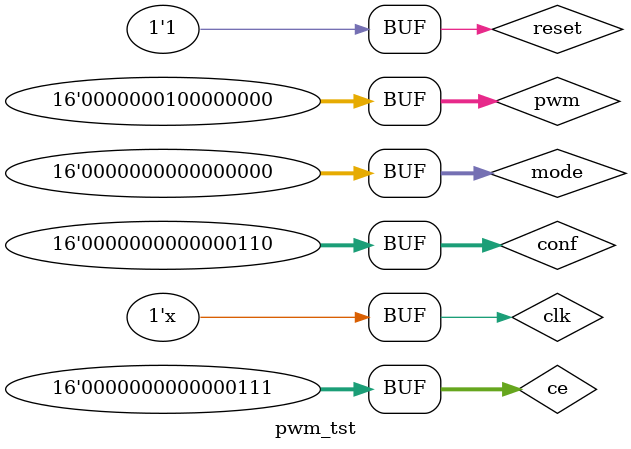
<source format=v>
`timescale 1ns / 10ps
module pwm_tst;
// Inputs
    reg clk;
    reg [15:0]mode;
    reg [15:0]pwm;
    reg [15:0]ce;
	 reg [15:0]conf;
    reg reset;
// Outputs
    wire [15:0]out;
// Instantiate the Unit Under Test (UUT)
PWM pmw0 (
.clk(clk),
.conf(conf[0]),
.mode(mode),
.pwm(pwm),
.ce(ce[0]),
.reset(reset),
.out(out[0])
);

PWM pmw1 (
.clk(clk),
.conf(conf[1]),
.mode(mode),
.pwm(pwm),
.ce(ce[1]),
.reset(reset),
.out(out[1])
);
PWM pmw2 (
.clk(clk),
.conf(conf[2]),
.mode(mode),
.pwm(pwm),
.ce(ce[2]),
.reset(reset),
.out(out[2])
);

PWM pmw3 (
.clk(clk),
.conf(conf[3]),
.mode(mode),
.pwm(pwm),
.ce(ce[3]),
.reset(reset),
.out(out[3])
);

PWM pmw4 (
.clk(clk),
.conf(conf[4]),
.mode(mode),
.pwm(pwm),
.ce(ce[4]),
.reset(reset),
.out(out[4])
);

PWM pmw5 (
.clk(clk),
.conf(conf[5]),
.mode(mode),
.pwm(pwm),
.ce(ce[5]),
.reset(reset),
.out(out[5])
);

PWM pmw6 (
.clk(clk),
.conf(conf[6]),
.mode(mode),
.pwm(pwm),
.ce(ce[6]),
.reset(reset),
.out(out[6])
);
PWM pmw7 (
.clk(clk),
.conf(conf[7]),
.mode(mode),
.pwm(pwm),
.ce(ce[7]),
.reset(reset),
.out(out[7])
);

PWM pmw8 (
.clk(clk),
.conf(conf[8]),
.mode(mode),
.pwm(pwm),
.ce(ce[8]),
.reset(reset),
.out(out[8])
);

PWM pmw9 (
.clk(clk),
.conf(conf[9]),
.mode(mode),
.pwm(pwm),
.ce(ce[9]),
.reset(reset),
.out(out[9])
);
PWM pmw10 (
.clk(clk),
.conf(conf[10]),
.mode(mode),
.pwm(pwm),
.ce(ce[10]),
.reset(reset),
.out(out[10])
);

PWM pmw11 (
.clk(clk),
.conf(conf[11]),
.mode(mode),
.pwm(pwm),
.ce(ce[11]),
.reset(reset),
.out(out[11])
);

PWM pmw12 (
.clk(clk),
.conf(conf[12]),
.mode(mode),
.pwm(pwm),
.ce(ce[12]),
.reset(reset),
.out(out[12])
);

PWM pmw13 (
.clk(clk),
.conf(conf[13]),
.mode(mode),
.pwm(pwm),
.ce(ce[13]),
.reset(reset),
.out(out[13])
);

PWM pmw14 (
.clk(clk),
.conf(conf[14]),
.mode(mode),
.pwm(pwm),
.ce(ce[14]),
.reset(reset),
.out(out[14])
);

PWM pmw15 (
.clk(clk),
.conf(conf[15]),
.mode(mode),
.pwm(pwm),
.ce(ce[15]),
.reset(reset),
.out(out[15])
);
initial begin
// Initialize Inputs
clk = 1;
reset= 1; 
ce=0;
conf=0;
// Wait 100 ns for global reset to finish
#100; 
reset=0;
ce=16'b0000000000000011;
conf=16'b0000000000000011;
mode=0;
pwm=256;
#5000;
conf=16'b0000000000000001;
pwm=128;
#5000;
ce=16'b0000000000000101;
conf=16'b0000000000000100;
mode=0;
pwm=64;
#5000;
ce=16'b0000000000000111;
conf=16'b0000000000000110;
pwm=256;
#5000;
reset=1;
end
// órajel generálása 
always #1 clk = ~clk;
endmodule

</source>
